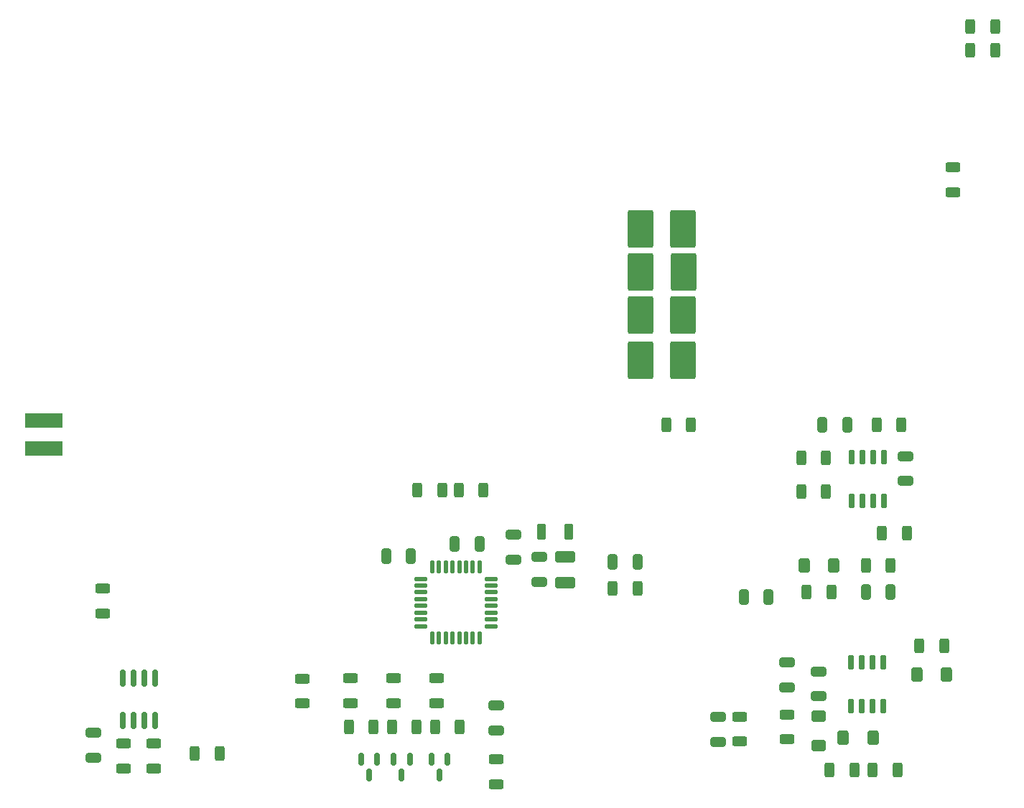
<source format=gbp>
G04 #@! TF.GenerationSoftware,KiCad,Pcbnew,7.0.2*
G04 #@! TF.CreationDate,2023-10-15T13:01:48+02:00*
G04 #@! TF.ProjectId,Module_2,4d6f6475-6c65-45f3-922e-6b696361645f,rev?*
G04 #@! TF.SameCoordinates,Original*
G04 #@! TF.FileFunction,Paste,Bot*
G04 #@! TF.FilePolarity,Positive*
%FSLAX46Y46*%
G04 Gerber Fmt 4.6, Leading zero omitted, Abs format (unit mm)*
G04 Created by KiCad (PCBNEW 7.0.2) date 2023-10-15 13:01:48*
%MOMM*%
%LPD*%
G01*
G04 APERTURE LIST*
G04 Aperture macros list*
%AMRoundRect*
0 Rectangle with rounded corners*
0 $1 Rounding radius*
0 $2 $3 $4 $5 $6 $7 $8 $9 X,Y pos of 4 corners*
0 Add a 4 corners polygon primitive as box body*
4,1,4,$2,$3,$4,$5,$6,$7,$8,$9,$2,$3,0*
0 Add four circle primitives for the rounded corners*
1,1,$1+$1,$2,$3*
1,1,$1+$1,$4,$5*
1,1,$1+$1,$6,$7*
1,1,$1+$1,$8,$9*
0 Add four rect primitives between the rounded corners*
20,1,$1+$1,$2,$3,$4,$5,0*
20,1,$1+$1,$4,$5,$6,$7,0*
20,1,$1+$1,$6,$7,$8,$9,0*
20,1,$1+$1,$8,$9,$2,$3,0*%
G04 Aperture macros list end*
%ADD10RoundRect,0.250000X-0.312500X-0.625000X0.312500X-0.625000X0.312500X0.625000X-0.312500X0.625000X0*%
%ADD11RoundRect,0.150000X-0.150000X0.587500X-0.150000X-0.587500X0.150000X-0.587500X0.150000X0.587500X0*%
%ADD12R,4.500000X1.750000*%
%ADD13RoundRect,0.250000X0.325000X0.650000X-0.325000X0.650000X-0.325000X-0.650000X0.325000X-0.650000X0*%
%ADD14RoundRect,0.250000X-0.625000X0.312500X-0.625000X-0.312500X0.625000X-0.312500X0.625000X0.312500X0*%
%ADD15RoundRect,0.250000X-0.400000X-0.600000X0.400000X-0.600000X0.400000X0.600000X-0.400000X0.600000X0*%
%ADD16RoundRect,0.250000X-0.650000X0.325000X-0.650000X-0.325000X0.650000X-0.325000X0.650000X0.325000X0*%
%ADD17RoundRect,0.250000X0.650000X-0.325000X0.650000X0.325000X-0.650000X0.325000X-0.650000X-0.325000X0*%
%ADD18RoundRect,0.250000X-0.325000X-0.650000X0.325000X-0.650000X0.325000X0.650000X-0.325000X0.650000X0*%
%ADD19RoundRect,0.250000X0.275000X0.700000X-0.275000X0.700000X-0.275000X-0.700000X0.275000X-0.700000X0*%
%ADD20RoundRect,0.250000X0.312500X0.625000X-0.312500X0.625000X-0.312500X-0.625000X0.312500X-0.625000X0*%
%ADD21RoundRect,0.250000X0.625000X-0.312500X0.625000X0.312500X-0.625000X0.312500X-0.625000X-0.312500X0*%
%ADD22RoundRect,0.250001X-1.262499X-1.974999X1.262499X-1.974999X1.262499X1.974999X-1.262499X1.974999X0*%
%ADD23RoundRect,0.125000X-0.125000X0.625000X-0.125000X-0.625000X0.125000X-0.625000X0.125000X0.625000X0*%
%ADD24RoundRect,0.125000X-0.625000X0.125000X-0.625000X-0.125000X0.625000X-0.125000X0.625000X0.125000X0*%
%ADD25RoundRect,0.150000X-0.150000X0.725000X-0.150000X-0.725000X0.150000X-0.725000X0.150000X0.725000X0*%
%ADD26RoundRect,0.250000X-0.925000X0.412500X-0.925000X-0.412500X0.925000X-0.412500X0.925000X0.412500X0*%
%ADD27RoundRect,0.150000X-0.150000X0.825000X-0.150000X-0.825000X0.150000X-0.825000X0.150000X0.825000X0*%
%ADD28RoundRect,0.250000X-0.600000X0.400000X-0.600000X-0.400000X0.600000X-0.400000X0.600000X0.400000X0*%
%ADD29RoundRect,0.250000X0.400000X0.600000X-0.400000X0.600000X-0.400000X-0.600000X0.400000X-0.600000X0*%
G04 APERTURE END LIST*
D10*
X144742500Y-130610000D03*
X147667500Y-130610000D03*
D11*
X88270000Y-129340000D03*
X90170000Y-129340000D03*
X89220000Y-131215000D03*
D12*
X46990000Y-92658000D03*
X46990000Y-89408000D03*
D13*
X146890000Y-109655000D03*
X143940000Y-109655000D03*
D10*
X150265000Y-116005000D03*
X153190000Y-116005000D03*
D14*
X53975000Y-109220000D03*
X53975000Y-112145000D03*
D10*
X93152500Y-125530000D03*
X96077500Y-125530000D03*
X120396000Y-89916000D03*
X123321000Y-89916000D03*
D15*
X141280000Y-126800000D03*
X144780000Y-126800000D03*
D16*
X52832000Y-126225500D03*
X52832000Y-129175500D03*
D17*
X148590000Y-96525000D03*
X148590000Y-93575000D03*
D16*
X126492000Y-124316500D03*
X126492000Y-127266500D03*
D18*
X138782000Y-89916000D03*
X141732000Y-89916000D03*
D15*
X149977500Y-119380000D03*
X153477500Y-119380000D03*
D11*
X92710000Y-129340000D03*
X94610000Y-129340000D03*
X93660000Y-131215000D03*
D17*
X134620000Y-120855000D03*
X134620000Y-117905000D03*
X138392500Y-121925000D03*
X138392500Y-118975000D03*
D19*
X108890000Y-102489000D03*
X105740000Y-102489000D03*
D14*
X56388000Y-127508000D03*
X56388000Y-130433000D03*
X59944000Y-127508000D03*
X59944000Y-130433000D03*
D20*
X117032500Y-109220000D03*
X114107500Y-109220000D03*
D21*
X134620000Y-126992500D03*
X134620000Y-124067500D03*
D20*
X159196500Y-45720000D03*
X156271500Y-45720000D03*
D10*
X82992500Y-125530000D03*
X85917500Y-125530000D03*
D22*
X117403000Y-71882000D03*
X122428000Y-71882000D03*
X117375500Y-66802000D03*
X122400500Y-66802000D03*
D16*
X105410000Y-105459000D03*
X105410000Y-108409000D03*
D20*
X148782500Y-102670000D03*
X145857500Y-102670000D03*
D14*
X77470000Y-119822500D03*
X77470000Y-122747500D03*
D11*
X84455000Y-129340000D03*
X86355000Y-129340000D03*
X85405000Y-131215000D03*
D10*
X64805000Y-128705000D03*
X67730000Y-128705000D03*
D21*
X100330000Y-132265000D03*
X100330000Y-129340000D03*
D23*
X92815000Y-106680000D03*
X93615000Y-106680000D03*
X94415000Y-106680000D03*
X95215000Y-106680000D03*
X96015000Y-106680000D03*
X96815000Y-106680000D03*
X97615000Y-106680000D03*
X98415000Y-106680000D03*
D24*
X99790000Y-108055000D03*
X99790000Y-108855000D03*
X99790000Y-109655000D03*
X99790000Y-110455000D03*
X99790000Y-111255000D03*
X99790000Y-112055000D03*
X99790000Y-112855000D03*
X99790000Y-113655000D03*
D23*
X98415000Y-115030000D03*
X97615000Y-115030000D03*
X96815000Y-115030000D03*
X96015000Y-115030000D03*
X95215000Y-115030000D03*
X94415000Y-115030000D03*
X93615000Y-115030000D03*
X92815000Y-115030000D03*
D24*
X91440000Y-113655000D03*
X91440000Y-112855000D03*
X91440000Y-112055000D03*
X91440000Y-111255000D03*
X91440000Y-110455000D03*
X91440000Y-109655000D03*
X91440000Y-108855000D03*
X91440000Y-108055000D03*
D20*
X139257500Y-93780000D03*
X136332500Y-93780000D03*
D21*
X88265000Y-122740000D03*
X88265000Y-119815000D03*
D10*
X145222500Y-89916000D03*
X148147500Y-89916000D03*
D22*
X117375500Y-82242000D03*
X122400500Y-82242000D03*
D25*
X142202500Y-117910000D03*
X143472500Y-117910000D03*
X144742500Y-117910000D03*
X146012500Y-117910000D03*
X146012500Y-123060000D03*
X144742500Y-123060000D03*
X143472500Y-123060000D03*
X142202500Y-123060000D03*
D13*
X132490000Y-110236000D03*
X129540000Y-110236000D03*
D26*
X108458000Y-105456000D03*
X108458000Y-108531000D03*
D20*
X146877500Y-106480000D03*
X143952500Y-106480000D03*
X93980000Y-97590000D03*
X91055000Y-97590000D03*
D10*
X95942500Y-97590000D03*
X98867500Y-97590000D03*
D20*
X139892500Y-109655000D03*
X136967500Y-109655000D03*
D27*
X56300000Y-119815000D03*
X57570000Y-119815000D03*
X58840000Y-119815000D03*
X60110000Y-119815000D03*
X60110000Y-124765000D03*
X58840000Y-124765000D03*
X57570000Y-124765000D03*
X56300000Y-124765000D03*
D25*
X142240000Y-93710000D03*
X143510000Y-93710000D03*
X144780000Y-93710000D03*
X146050000Y-93710000D03*
X146050000Y-98860000D03*
X144780000Y-98860000D03*
X143510000Y-98860000D03*
X142240000Y-98860000D03*
D10*
X88072500Y-125530000D03*
X90997500Y-125530000D03*
D17*
X102362000Y-105820000D03*
X102362000Y-102870000D03*
D22*
X117375500Y-76962000D03*
X122400500Y-76962000D03*
D28*
X138392500Y-124260000D03*
X138392500Y-127760000D03*
D29*
X140180000Y-106480000D03*
X136680000Y-106480000D03*
D18*
X114095000Y-106045000D03*
X117045000Y-106045000D03*
D21*
X129032000Y-127254000D03*
X129032000Y-124329000D03*
X93345000Y-122740000D03*
X93345000Y-119815000D03*
D10*
X156271500Y-42926000D03*
X159196500Y-42926000D03*
D20*
X139257500Y-97790000D03*
X136332500Y-97790000D03*
D14*
X154178000Y-59497500D03*
X154178000Y-62422500D03*
D16*
X100330000Y-122990000D03*
X100330000Y-125940000D03*
D20*
X142587500Y-130610000D03*
X139662500Y-130610000D03*
D18*
X95475000Y-103940000D03*
X98425000Y-103940000D03*
D21*
X83185000Y-122740000D03*
X83185000Y-119815000D03*
D18*
X87376000Y-105410000D03*
X90326000Y-105410000D03*
M02*

</source>
